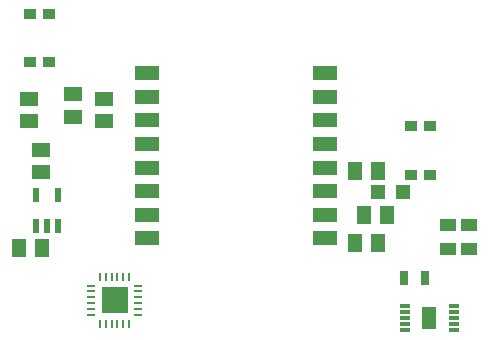
<source format=gtp>
G75*
%MOIN*%
%OFA0B0*%
%FSLAX25Y25*%
%IPPOS*%
%LPD*%
%AMOC8*
5,1,8,0,0,1.08239X$1,22.5*
%
%ADD10R,0.05906X0.05118*%
%ADD11R,0.02165X0.04724*%
%ADD12R,0.05118X0.05906*%
%ADD13R,0.07874X0.04724*%
%ADD14R,0.03937X0.03543*%
%ADD15R,0.04724X0.04724*%
%ADD16R,0.03500X0.01201*%
%ADD17R,0.04600X0.07200*%
%ADD18R,0.03150X0.04724*%
%ADD19R,0.05512X0.04331*%
%ADD20R,0.08661X0.08661*%
%ADD21R,0.02756X0.00984*%
%ADD22R,0.00984X0.02756*%
D10*
X0059095Y0078127D03*
X0059095Y0085607D03*
X0055095Y0095127D03*
X0055095Y0102607D03*
X0069595Y0104107D03*
X0069595Y0096627D03*
X0080095Y0095127D03*
X0080095Y0102607D03*
D11*
X0064835Y0070485D03*
X0057355Y0070485D03*
X0057355Y0060248D03*
X0061095Y0060248D03*
X0064835Y0060248D03*
D12*
X0051855Y0052867D03*
X0059335Y0052867D03*
X0163855Y0054367D03*
X0171335Y0054367D03*
X0174335Y0063867D03*
X0166855Y0063867D03*
X0163855Y0078367D03*
X0171335Y0078367D03*
D13*
X0153623Y0079587D03*
X0153623Y0071713D03*
X0153623Y0063839D03*
X0153623Y0055965D03*
X0153623Y0087461D03*
X0153623Y0095335D03*
X0153623Y0103209D03*
X0153623Y0111083D03*
X0094568Y0111083D03*
X0094568Y0103209D03*
X0094568Y0095335D03*
X0094568Y0087461D03*
X0094568Y0079587D03*
X0094568Y0071713D03*
X0094568Y0063839D03*
X0094568Y0055965D03*
D14*
X0061745Y0114796D03*
X0055446Y0114796D03*
X0055446Y0130938D03*
X0061745Y0130938D03*
X0182446Y0093438D03*
X0188745Y0093438D03*
X0188745Y0077296D03*
X0182446Y0077296D03*
D15*
X0179729Y0071367D03*
X0171461Y0071367D03*
D16*
X0180290Y0033304D03*
X0180290Y0031335D03*
X0180290Y0029367D03*
X0180290Y0027398D03*
X0180290Y0025430D03*
X0196900Y0025430D03*
X0196900Y0027398D03*
X0196900Y0029367D03*
X0196900Y0031335D03*
X0196900Y0033304D03*
D17*
X0188495Y0029367D03*
D18*
X0187138Y0042867D03*
X0180052Y0042867D03*
D19*
X0194595Y0052430D03*
X0201595Y0052430D03*
X0201595Y0060304D03*
X0194595Y0060304D03*
D20*
X0083595Y0035367D03*
D21*
X0075721Y0036351D03*
X0075721Y0038319D03*
X0075721Y0040288D03*
X0075721Y0034382D03*
X0075721Y0032414D03*
X0075721Y0030445D03*
X0091469Y0030445D03*
X0091469Y0032414D03*
X0091469Y0034382D03*
X0091469Y0036351D03*
X0091469Y0038319D03*
X0091469Y0040288D03*
D22*
X0088516Y0043241D03*
X0086548Y0043241D03*
X0084579Y0043241D03*
X0082611Y0043241D03*
X0080642Y0043241D03*
X0078674Y0043241D03*
X0078674Y0027493D03*
X0080642Y0027493D03*
X0082611Y0027493D03*
X0084579Y0027493D03*
X0086548Y0027493D03*
X0088516Y0027493D03*
M02*

</source>
